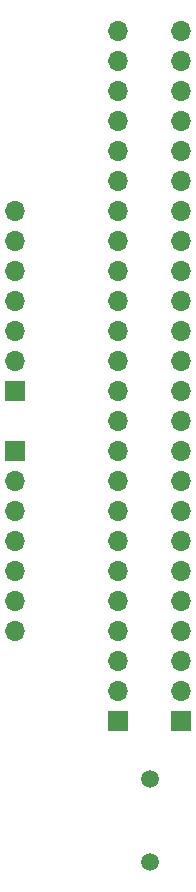
<source format=gbr>
%TF.GenerationSoftware,KiCad,Pcbnew,(5.1.10)-1*%
%TF.CreationDate,2021-06-12T16:54:01+02:00*%
%TF.ProjectId,Nes Sound Expansion,4e657320-536f-4756-9e64-20457870616e,rev?*%
%TF.SameCoordinates,Original*%
%TF.FileFunction,Soldermask,Bot*%
%TF.FilePolarity,Negative*%
%FSLAX46Y46*%
G04 Gerber Fmt 4.6, Leading zero omitted, Abs format (unit mm)*
G04 Created by KiCad (PCBNEW (5.1.10)-1) date 2021-06-12 16:54:01*
%MOMM*%
%LPD*%
G01*
G04 APERTURE LIST*
%ADD10O,1.700000X1.700000*%
%ADD11R,1.700000X1.700000*%
%ADD12C,1.500000*%
G04 APERTURE END LIST*
D10*
%TO.C,J3*%
X113157000Y-50800000D03*
X113157000Y-53340000D03*
X113157000Y-55880000D03*
X113157000Y-58420000D03*
X113157000Y-60960000D03*
X113157000Y-63500000D03*
X113157000Y-66040000D03*
X113157000Y-68580000D03*
X113157000Y-71120000D03*
X113157000Y-73660000D03*
X113157000Y-76200000D03*
X113157000Y-78740000D03*
X113157000Y-81280000D03*
X113157000Y-83820000D03*
X113157000Y-86360000D03*
X113157000Y-88900000D03*
X113157000Y-91440000D03*
X113157000Y-93980000D03*
X113157000Y-96520000D03*
X113157000Y-99060000D03*
X113157000Y-101600000D03*
X113157000Y-104140000D03*
X113157000Y-106680000D03*
D11*
X113157000Y-109220000D03*
%TD*%
D12*
%TO.C,J6*%
X110490000Y-114140000D03*
X110490000Y-121140000D03*
%TD*%
D10*
%TO.C,J2*%
X99060000Y-66040000D03*
X99060000Y-68580000D03*
X99060000Y-71120000D03*
X99060000Y-73660000D03*
X99060000Y-76200000D03*
X99060000Y-78740000D03*
D11*
X99060000Y-81280000D03*
%TD*%
D10*
%TO.C,J1*%
X99060000Y-101600000D03*
X99060000Y-99060000D03*
X99060000Y-96520000D03*
X99060000Y-93980000D03*
X99060000Y-91440000D03*
X99060000Y-88900000D03*
D11*
X99060000Y-86360000D03*
%TD*%
%TO.C,J4*%
X107823000Y-109220000D03*
D10*
X107823000Y-106680000D03*
X107823000Y-104140000D03*
X107823000Y-101600000D03*
X107823000Y-99060000D03*
X107823000Y-96520000D03*
X107823000Y-93980000D03*
X107823000Y-91440000D03*
X107823000Y-88900000D03*
X107823000Y-86360000D03*
X107823000Y-83820000D03*
X107823000Y-81280000D03*
X107823000Y-78740000D03*
X107823000Y-76200000D03*
X107823000Y-73660000D03*
X107823000Y-71120000D03*
X107823000Y-68580000D03*
X107823000Y-66040000D03*
X107823000Y-63500000D03*
X107823000Y-60960000D03*
X107823000Y-58420000D03*
X107823000Y-55880000D03*
X107823000Y-53340000D03*
X107823000Y-50800000D03*
%TD*%
M02*

</source>
